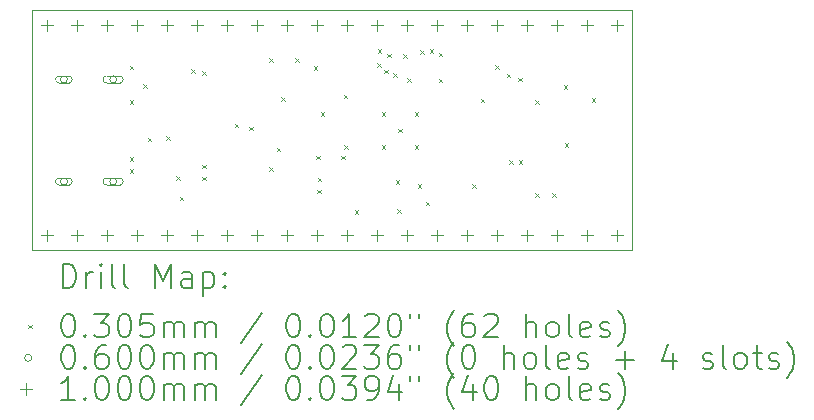
<source format=gbr>
%TF.GenerationSoftware,KiCad,Pcbnew,8.0.4-8.0.4-0~ubuntu24.04.1*%
%TF.CreationDate,2024-07-31T18:59:30-04:00*%
%TF.ProjectId,iceblink,69636562-6c69-46e6-9b2e-6b696361645f,rev?*%
%TF.SameCoordinates,Original*%
%TF.FileFunction,Drillmap*%
%TF.FilePolarity,Positive*%
%FSLAX45Y45*%
G04 Gerber Fmt 4.5, Leading zero omitted, Abs format (unit mm)*
G04 Created by KiCad (PCBNEW 8.0.4-8.0.4-0~ubuntu24.04.1) date 2024-07-31 18:59:30*
%MOMM*%
%LPD*%
G01*
G04 APERTURE LIST*
%ADD10C,0.100000*%
%ADD11C,0.200000*%
G04 APERTURE END LIST*
D10*
X12700000Y-12192000D02*
X17780000Y-12192000D01*
X17780000Y-10160000D02*
X12700000Y-10160000D01*
X17780000Y-12192000D02*
X17780000Y-10160000D01*
X12700000Y-10160000D02*
X12700000Y-12192000D01*
D11*
D10*
X13522310Y-11504310D02*
X13552790Y-11534790D01*
X13552790Y-11504310D02*
X13522310Y-11534790D01*
X13522960Y-10627360D02*
X13553440Y-10657840D01*
X13553440Y-10627360D02*
X13522960Y-10657840D01*
X13522960Y-10919460D02*
X13553440Y-10949940D01*
X13553440Y-10919460D02*
X13522960Y-10949940D01*
X13522960Y-11400760D02*
X13553440Y-11431240D01*
X13553440Y-11400760D02*
X13522960Y-11431240D01*
X13636710Y-10784840D02*
X13667190Y-10815320D01*
X13667190Y-10784840D02*
X13636710Y-10815320D01*
X13677900Y-11236960D02*
X13708380Y-11267440D01*
X13708380Y-11236960D02*
X13677900Y-11267440D01*
X13835380Y-11224260D02*
X13865860Y-11254740D01*
X13865860Y-11224260D02*
X13835380Y-11254740D01*
X13919200Y-11562080D02*
X13949680Y-11592560D01*
X13949680Y-11562080D02*
X13919200Y-11592560D01*
X13947140Y-11737340D02*
X13977620Y-11767820D01*
X13977620Y-11737340D02*
X13947140Y-11767820D01*
X14043110Y-10659830D02*
X14073590Y-10690310D01*
X14073590Y-10659830D02*
X14043110Y-10690310D01*
X14137640Y-11466060D02*
X14168120Y-11496540D01*
X14168120Y-11466060D02*
X14137640Y-11496540D01*
X14140180Y-10673080D02*
X14170660Y-10703560D01*
X14170660Y-10673080D02*
X14140180Y-10703560D01*
X14140180Y-11567160D02*
X14170660Y-11597640D01*
X14170660Y-11567160D02*
X14140180Y-11597640D01*
X14411960Y-11120120D02*
X14442440Y-11150600D01*
X14442440Y-11120120D02*
X14411960Y-11150600D01*
X14536420Y-11145520D02*
X14566900Y-11176000D01*
X14566900Y-11145520D02*
X14536420Y-11176000D01*
X14704060Y-10563860D02*
X14734540Y-10594340D01*
X14734540Y-10563860D02*
X14704060Y-10594340D01*
X14704060Y-11485880D02*
X14734540Y-11516360D01*
X14734540Y-11485880D02*
X14704060Y-11516360D01*
X14770100Y-11321860D02*
X14800580Y-11352340D01*
X14800580Y-11321860D02*
X14770100Y-11352340D01*
X14805660Y-10894060D02*
X14836140Y-10924540D01*
X14836140Y-10894060D02*
X14805660Y-10924540D01*
X14925040Y-10563860D02*
X14955520Y-10594340D01*
X14955520Y-10563860D02*
X14925040Y-10594340D01*
X15082260Y-10632440D02*
X15112740Y-10662920D01*
X15112740Y-10632440D02*
X15082260Y-10662920D01*
X15102840Y-11389360D02*
X15133320Y-11419840D01*
X15133320Y-11389360D02*
X15102840Y-11419840D01*
X15110460Y-11676380D02*
X15140940Y-11706860D01*
X15140940Y-11676380D02*
X15110460Y-11706860D01*
X15115540Y-11577320D02*
X15146020Y-11607800D01*
X15146020Y-11577320D02*
X15115540Y-11607800D01*
X15141106Y-11021535D02*
X15171586Y-11052015D01*
X15171586Y-11021535D02*
X15141106Y-11052015D01*
X15313660Y-11389360D02*
X15344140Y-11419840D01*
X15344140Y-11389360D02*
X15313660Y-11419840D01*
X15336520Y-10873740D02*
X15367000Y-10904220D01*
X15367000Y-10873740D02*
X15336520Y-10904220D01*
X15337619Y-11303168D02*
X15368099Y-11333648D01*
X15368099Y-11303168D02*
X15337619Y-11333648D01*
X15427960Y-11851640D02*
X15458440Y-11882120D01*
X15458440Y-11851640D02*
X15427960Y-11882120D01*
X15620950Y-10606990D02*
X15651430Y-10637470D01*
X15651430Y-10606990D02*
X15620950Y-10637470D01*
X15625317Y-10490150D02*
X15655797Y-10520630D01*
X15655797Y-10490150D02*
X15625317Y-10520630D01*
X15656560Y-11021060D02*
X15687040Y-11051540D01*
X15687040Y-11021060D02*
X15656560Y-11051540D01*
X15656560Y-11300460D02*
X15687040Y-11330940D01*
X15687040Y-11300460D02*
X15656560Y-11330940D01*
X15679661Y-10663060D02*
X15710141Y-10693540D01*
X15710141Y-10663060D02*
X15679661Y-10693540D01*
X15702447Y-10525710D02*
X15732927Y-10556190D01*
X15732927Y-10525710D02*
X15702447Y-10556190D01*
X15756418Y-10689647D02*
X15786898Y-10720127D01*
X15786898Y-10689647D02*
X15756418Y-10720127D01*
X15774764Y-11598098D02*
X15805244Y-11628578D01*
X15805244Y-11598098D02*
X15774764Y-11628578D01*
X15791180Y-11844020D02*
X15821660Y-11874500D01*
X15821660Y-11844020D02*
X15791180Y-11874500D01*
X15796260Y-11160760D02*
X15826740Y-11191240D01*
X15826740Y-11160760D02*
X15796260Y-11191240D01*
X15841708Y-10528250D02*
X15872188Y-10558730D01*
X15872188Y-10528250D02*
X15841708Y-10558730D01*
X15872106Y-10733012D02*
X15902586Y-10763492D01*
X15902586Y-10733012D02*
X15872106Y-10763492D01*
X15935960Y-11021060D02*
X15966440Y-11051540D01*
X15966440Y-11021060D02*
X15935960Y-11051540D01*
X15935960Y-11300460D02*
X15966440Y-11330940D01*
X15966440Y-11300460D02*
X15935960Y-11330940D01*
X15963900Y-11633200D02*
X15994380Y-11663680D01*
X15994380Y-11633200D02*
X15963900Y-11663680D01*
X15981912Y-10496217D02*
X16012392Y-10526697D01*
X16012392Y-10496217D02*
X15981912Y-10526697D01*
X16029940Y-11780520D02*
X16060420Y-11811000D01*
X16060420Y-11780520D02*
X16029940Y-11811000D01*
X16062914Y-10490124D02*
X16093394Y-10520604D01*
X16093394Y-10490124D02*
X16062914Y-10520604D01*
X16139160Y-10518140D02*
X16169640Y-10548620D01*
X16169640Y-10518140D02*
X16139160Y-10548620D01*
X16139160Y-10739120D02*
X16169640Y-10769600D01*
X16169640Y-10739120D02*
X16139160Y-10769600D01*
X16426180Y-11630660D02*
X16456660Y-11661140D01*
X16456660Y-11630660D02*
X16426180Y-11661140D01*
X16494760Y-10906760D02*
X16525240Y-10937240D01*
X16525240Y-10906760D02*
X16494760Y-10937240D01*
X16616680Y-10624820D02*
X16647160Y-10655300D01*
X16647160Y-10624820D02*
X16616680Y-10655300D01*
X16715740Y-10695940D02*
X16746220Y-10726420D01*
X16746220Y-10695940D02*
X16715740Y-10726420D01*
X16736060Y-11427460D02*
X16766540Y-11457940D01*
X16766540Y-11427460D02*
X16736060Y-11457940D01*
X16810990Y-10727690D02*
X16841470Y-10758170D01*
X16841470Y-10727690D02*
X16810990Y-10758170D01*
X16817340Y-11427460D02*
X16847820Y-11457940D01*
X16847820Y-11427460D02*
X16817340Y-11457940D01*
X16956860Y-10919460D02*
X16987340Y-10949940D01*
X16987340Y-10919460D02*
X16956860Y-10949940D01*
X16956860Y-11707040D02*
X16987340Y-11737520D01*
X16987340Y-11707040D02*
X16956860Y-11737520D01*
X17101820Y-11709400D02*
X17132300Y-11739880D01*
X17132300Y-11709400D02*
X17101820Y-11739880D01*
X17198340Y-10792460D02*
X17228820Y-10822940D01*
X17228820Y-10792460D02*
X17198340Y-10822940D01*
X17205960Y-11285220D02*
X17236440Y-11315700D01*
X17236440Y-11285220D02*
X17205960Y-11315700D01*
X17434560Y-10904220D02*
X17465040Y-10934700D01*
X17465040Y-10904220D02*
X17434560Y-10934700D01*
X12996700Y-10744000D02*
G75*
G02*
X12936700Y-10744000I-30000J0D01*
G01*
X12936700Y-10744000D02*
G75*
G02*
X12996700Y-10744000I30000J0D01*
G01*
X13006700Y-10714000D02*
X12926700Y-10714000D01*
X12926700Y-10774000D02*
G75*
G02*
X12926700Y-10714000I0J30000D01*
G01*
X12926700Y-10774000D02*
X13006700Y-10774000D01*
X13006700Y-10774000D02*
G75*
G03*
X13006700Y-10714000I0J30000D01*
G01*
X12996700Y-11608000D02*
G75*
G02*
X12936700Y-11608000I-30000J0D01*
G01*
X12936700Y-11608000D02*
G75*
G02*
X12996700Y-11608000I30000J0D01*
G01*
X13006700Y-11578000D02*
X12926700Y-11578000D01*
X12926700Y-11638000D02*
G75*
G02*
X12926700Y-11578000I0J30000D01*
G01*
X12926700Y-11638000D02*
X13006700Y-11638000D01*
X13006700Y-11638000D02*
G75*
G03*
X13006700Y-11578000I0J30000D01*
G01*
X13414700Y-10744000D02*
G75*
G02*
X13354700Y-10744000I-30000J0D01*
G01*
X13354700Y-10744000D02*
G75*
G02*
X13414700Y-10744000I30000J0D01*
G01*
X13439700Y-10714000D02*
X13329700Y-10714000D01*
X13329700Y-10774000D02*
G75*
G02*
X13329700Y-10714000I0J30000D01*
G01*
X13329700Y-10774000D02*
X13439700Y-10774000D01*
X13439700Y-10774000D02*
G75*
G03*
X13439700Y-10714000I0J30000D01*
G01*
X13414700Y-11608000D02*
G75*
G02*
X13354700Y-11608000I-30000J0D01*
G01*
X13354700Y-11608000D02*
G75*
G02*
X13414700Y-11608000I30000J0D01*
G01*
X13439700Y-11578000D02*
X13329700Y-11578000D01*
X13329700Y-11638000D02*
G75*
G02*
X13329700Y-11578000I0J30000D01*
G01*
X13329700Y-11638000D02*
X13439700Y-11638000D01*
X13439700Y-11638000D02*
G75*
G03*
X13439700Y-11578000I0J30000D01*
G01*
X12827000Y-10237000D02*
X12827000Y-10337000D01*
X12777000Y-10287000D02*
X12877000Y-10287000D01*
X12827000Y-12015000D02*
X12827000Y-12115000D01*
X12777000Y-12065000D02*
X12877000Y-12065000D01*
X13081000Y-10237000D02*
X13081000Y-10337000D01*
X13031000Y-10287000D02*
X13131000Y-10287000D01*
X13081000Y-12015000D02*
X13081000Y-12115000D01*
X13031000Y-12065000D02*
X13131000Y-12065000D01*
X13335000Y-10237000D02*
X13335000Y-10337000D01*
X13285000Y-10287000D02*
X13385000Y-10287000D01*
X13335000Y-12015000D02*
X13335000Y-12115000D01*
X13285000Y-12065000D02*
X13385000Y-12065000D01*
X13589000Y-10237000D02*
X13589000Y-10337000D01*
X13539000Y-10287000D02*
X13639000Y-10287000D01*
X13589000Y-12015000D02*
X13589000Y-12115000D01*
X13539000Y-12065000D02*
X13639000Y-12065000D01*
X13843000Y-10237000D02*
X13843000Y-10337000D01*
X13793000Y-10287000D02*
X13893000Y-10287000D01*
X13843000Y-12015000D02*
X13843000Y-12115000D01*
X13793000Y-12065000D02*
X13893000Y-12065000D01*
X14097000Y-10237000D02*
X14097000Y-10337000D01*
X14047000Y-10287000D02*
X14147000Y-10287000D01*
X14097000Y-12015000D02*
X14097000Y-12115000D01*
X14047000Y-12065000D02*
X14147000Y-12065000D01*
X14351000Y-10237000D02*
X14351000Y-10337000D01*
X14301000Y-10287000D02*
X14401000Y-10287000D01*
X14351000Y-12015000D02*
X14351000Y-12115000D01*
X14301000Y-12065000D02*
X14401000Y-12065000D01*
X14605000Y-10237000D02*
X14605000Y-10337000D01*
X14555000Y-10287000D02*
X14655000Y-10287000D01*
X14605000Y-12015000D02*
X14605000Y-12115000D01*
X14555000Y-12065000D02*
X14655000Y-12065000D01*
X14859000Y-10237000D02*
X14859000Y-10337000D01*
X14809000Y-10287000D02*
X14909000Y-10287000D01*
X14859000Y-12015000D02*
X14859000Y-12115000D01*
X14809000Y-12065000D02*
X14909000Y-12065000D01*
X15113000Y-10237000D02*
X15113000Y-10337000D01*
X15063000Y-10287000D02*
X15163000Y-10287000D01*
X15113000Y-12015000D02*
X15113000Y-12115000D01*
X15063000Y-12065000D02*
X15163000Y-12065000D01*
X15367000Y-10237000D02*
X15367000Y-10337000D01*
X15317000Y-10287000D02*
X15417000Y-10287000D01*
X15367000Y-12015000D02*
X15367000Y-12115000D01*
X15317000Y-12065000D02*
X15417000Y-12065000D01*
X15621000Y-10237000D02*
X15621000Y-10337000D01*
X15571000Y-10287000D02*
X15671000Y-10287000D01*
X15621000Y-12015000D02*
X15621000Y-12115000D01*
X15571000Y-12065000D02*
X15671000Y-12065000D01*
X15875000Y-10237000D02*
X15875000Y-10337000D01*
X15825000Y-10287000D02*
X15925000Y-10287000D01*
X15875000Y-12015000D02*
X15875000Y-12115000D01*
X15825000Y-12065000D02*
X15925000Y-12065000D01*
X16129000Y-10237000D02*
X16129000Y-10337000D01*
X16079000Y-10287000D02*
X16179000Y-10287000D01*
X16129000Y-12015000D02*
X16129000Y-12115000D01*
X16079000Y-12065000D02*
X16179000Y-12065000D01*
X16383000Y-10237000D02*
X16383000Y-10337000D01*
X16333000Y-10287000D02*
X16433000Y-10287000D01*
X16383000Y-12015000D02*
X16383000Y-12115000D01*
X16333000Y-12065000D02*
X16433000Y-12065000D01*
X16637000Y-10237000D02*
X16637000Y-10337000D01*
X16587000Y-10287000D02*
X16687000Y-10287000D01*
X16637000Y-12015000D02*
X16637000Y-12115000D01*
X16587000Y-12065000D02*
X16687000Y-12065000D01*
X16891000Y-10237000D02*
X16891000Y-10337000D01*
X16841000Y-10287000D02*
X16941000Y-10287000D01*
X16891000Y-12015000D02*
X16891000Y-12115000D01*
X16841000Y-12065000D02*
X16941000Y-12065000D01*
X17145000Y-10237000D02*
X17145000Y-10337000D01*
X17095000Y-10287000D02*
X17195000Y-10287000D01*
X17145000Y-12015000D02*
X17145000Y-12115000D01*
X17095000Y-12065000D02*
X17195000Y-12065000D01*
X17399000Y-10237000D02*
X17399000Y-10337000D01*
X17349000Y-10287000D02*
X17449000Y-10287000D01*
X17399000Y-12015000D02*
X17399000Y-12115000D01*
X17349000Y-12065000D02*
X17449000Y-12065000D01*
X17653000Y-10237000D02*
X17653000Y-10337000D01*
X17603000Y-10287000D02*
X17703000Y-10287000D01*
X17653000Y-12015000D02*
X17653000Y-12115000D01*
X17603000Y-12065000D02*
X17703000Y-12065000D01*
D11*
X12955777Y-12508484D02*
X12955777Y-12308484D01*
X12955777Y-12308484D02*
X13003396Y-12308484D01*
X13003396Y-12308484D02*
X13031967Y-12318008D01*
X13031967Y-12318008D02*
X13051015Y-12337055D01*
X13051015Y-12337055D02*
X13060539Y-12356103D01*
X13060539Y-12356103D02*
X13070062Y-12394198D01*
X13070062Y-12394198D02*
X13070062Y-12422769D01*
X13070062Y-12422769D02*
X13060539Y-12460865D01*
X13060539Y-12460865D02*
X13051015Y-12479912D01*
X13051015Y-12479912D02*
X13031967Y-12498960D01*
X13031967Y-12498960D02*
X13003396Y-12508484D01*
X13003396Y-12508484D02*
X12955777Y-12508484D01*
X13155777Y-12508484D02*
X13155777Y-12375150D01*
X13155777Y-12413246D02*
X13165301Y-12394198D01*
X13165301Y-12394198D02*
X13174824Y-12384674D01*
X13174824Y-12384674D02*
X13193872Y-12375150D01*
X13193872Y-12375150D02*
X13212920Y-12375150D01*
X13279586Y-12508484D02*
X13279586Y-12375150D01*
X13279586Y-12308484D02*
X13270062Y-12318008D01*
X13270062Y-12318008D02*
X13279586Y-12327531D01*
X13279586Y-12327531D02*
X13289110Y-12318008D01*
X13289110Y-12318008D02*
X13279586Y-12308484D01*
X13279586Y-12308484D02*
X13279586Y-12327531D01*
X13403396Y-12508484D02*
X13384348Y-12498960D01*
X13384348Y-12498960D02*
X13374824Y-12479912D01*
X13374824Y-12479912D02*
X13374824Y-12308484D01*
X13508158Y-12508484D02*
X13489110Y-12498960D01*
X13489110Y-12498960D02*
X13479586Y-12479912D01*
X13479586Y-12479912D02*
X13479586Y-12308484D01*
X13736729Y-12508484D02*
X13736729Y-12308484D01*
X13736729Y-12308484D02*
X13803396Y-12451341D01*
X13803396Y-12451341D02*
X13870062Y-12308484D01*
X13870062Y-12308484D02*
X13870062Y-12508484D01*
X14051015Y-12508484D02*
X14051015Y-12403722D01*
X14051015Y-12403722D02*
X14041491Y-12384674D01*
X14041491Y-12384674D02*
X14022443Y-12375150D01*
X14022443Y-12375150D02*
X13984348Y-12375150D01*
X13984348Y-12375150D02*
X13965301Y-12384674D01*
X14051015Y-12498960D02*
X14031967Y-12508484D01*
X14031967Y-12508484D02*
X13984348Y-12508484D01*
X13984348Y-12508484D02*
X13965301Y-12498960D01*
X13965301Y-12498960D02*
X13955777Y-12479912D01*
X13955777Y-12479912D02*
X13955777Y-12460865D01*
X13955777Y-12460865D02*
X13965301Y-12441817D01*
X13965301Y-12441817D02*
X13984348Y-12432293D01*
X13984348Y-12432293D02*
X14031967Y-12432293D01*
X14031967Y-12432293D02*
X14051015Y-12422769D01*
X14146253Y-12375150D02*
X14146253Y-12575150D01*
X14146253Y-12384674D02*
X14165301Y-12375150D01*
X14165301Y-12375150D02*
X14203396Y-12375150D01*
X14203396Y-12375150D02*
X14222443Y-12384674D01*
X14222443Y-12384674D02*
X14231967Y-12394198D01*
X14231967Y-12394198D02*
X14241491Y-12413246D01*
X14241491Y-12413246D02*
X14241491Y-12470388D01*
X14241491Y-12470388D02*
X14231967Y-12489436D01*
X14231967Y-12489436D02*
X14222443Y-12498960D01*
X14222443Y-12498960D02*
X14203396Y-12508484D01*
X14203396Y-12508484D02*
X14165301Y-12508484D01*
X14165301Y-12508484D02*
X14146253Y-12498960D01*
X14327205Y-12489436D02*
X14336729Y-12498960D01*
X14336729Y-12498960D02*
X14327205Y-12508484D01*
X14327205Y-12508484D02*
X14317682Y-12498960D01*
X14317682Y-12498960D02*
X14327205Y-12489436D01*
X14327205Y-12489436D02*
X14327205Y-12508484D01*
X14327205Y-12384674D02*
X14336729Y-12394198D01*
X14336729Y-12394198D02*
X14327205Y-12403722D01*
X14327205Y-12403722D02*
X14317682Y-12394198D01*
X14317682Y-12394198D02*
X14327205Y-12384674D01*
X14327205Y-12384674D02*
X14327205Y-12403722D01*
D10*
X12664520Y-12821760D02*
X12695000Y-12852240D01*
X12695000Y-12821760D02*
X12664520Y-12852240D01*
D11*
X12993872Y-12728484D02*
X13012920Y-12728484D01*
X13012920Y-12728484D02*
X13031967Y-12738008D01*
X13031967Y-12738008D02*
X13041491Y-12747531D01*
X13041491Y-12747531D02*
X13051015Y-12766579D01*
X13051015Y-12766579D02*
X13060539Y-12804674D01*
X13060539Y-12804674D02*
X13060539Y-12852293D01*
X13060539Y-12852293D02*
X13051015Y-12890388D01*
X13051015Y-12890388D02*
X13041491Y-12909436D01*
X13041491Y-12909436D02*
X13031967Y-12918960D01*
X13031967Y-12918960D02*
X13012920Y-12928484D01*
X13012920Y-12928484D02*
X12993872Y-12928484D01*
X12993872Y-12928484D02*
X12974824Y-12918960D01*
X12974824Y-12918960D02*
X12965301Y-12909436D01*
X12965301Y-12909436D02*
X12955777Y-12890388D01*
X12955777Y-12890388D02*
X12946253Y-12852293D01*
X12946253Y-12852293D02*
X12946253Y-12804674D01*
X12946253Y-12804674D02*
X12955777Y-12766579D01*
X12955777Y-12766579D02*
X12965301Y-12747531D01*
X12965301Y-12747531D02*
X12974824Y-12738008D01*
X12974824Y-12738008D02*
X12993872Y-12728484D01*
X13146253Y-12909436D02*
X13155777Y-12918960D01*
X13155777Y-12918960D02*
X13146253Y-12928484D01*
X13146253Y-12928484D02*
X13136729Y-12918960D01*
X13136729Y-12918960D02*
X13146253Y-12909436D01*
X13146253Y-12909436D02*
X13146253Y-12928484D01*
X13222443Y-12728484D02*
X13346253Y-12728484D01*
X13346253Y-12728484D02*
X13279586Y-12804674D01*
X13279586Y-12804674D02*
X13308158Y-12804674D01*
X13308158Y-12804674D02*
X13327205Y-12814198D01*
X13327205Y-12814198D02*
X13336729Y-12823722D01*
X13336729Y-12823722D02*
X13346253Y-12842769D01*
X13346253Y-12842769D02*
X13346253Y-12890388D01*
X13346253Y-12890388D02*
X13336729Y-12909436D01*
X13336729Y-12909436D02*
X13327205Y-12918960D01*
X13327205Y-12918960D02*
X13308158Y-12928484D01*
X13308158Y-12928484D02*
X13251015Y-12928484D01*
X13251015Y-12928484D02*
X13231967Y-12918960D01*
X13231967Y-12918960D02*
X13222443Y-12909436D01*
X13470062Y-12728484D02*
X13489110Y-12728484D01*
X13489110Y-12728484D02*
X13508158Y-12738008D01*
X13508158Y-12738008D02*
X13517682Y-12747531D01*
X13517682Y-12747531D02*
X13527205Y-12766579D01*
X13527205Y-12766579D02*
X13536729Y-12804674D01*
X13536729Y-12804674D02*
X13536729Y-12852293D01*
X13536729Y-12852293D02*
X13527205Y-12890388D01*
X13527205Y-12890388D02*
X13517682Y-12909436D01*
X13517682Y-12909436D02*
X13508158Y-12918960D01*
X13508158Y-12918960D02*
X13489110Y-12928484D01*
X13489110Y-12928484D02*
X13470062Y-12928484D01*
X13470062Y-12928484D02*
X13451015Y-12918960D01*
X13451015Y-12918960D02*
X13441491Y-12909436D01*
X13441491Y-12909436D02*
X13431967Y-12890388D01*
X13431967Y-12890388D02*
X13422443Y-12852293D01*
X13422443Y-12852293D02*
X13422443Y-12804674D01*
X13422443Y-12804674D02*
X13431967Y-12766579D01*
X13431967Y-12766579D02*
X13441491Y-12747531D01*
X13441491Y-12747531D02*
X13451015Y-12738008D01*
X13451015Y-12738008D02*
X13470062Y-12728484D01*
X13717682Y-12728484D02*
X13622443Y-12728484D01*
X13622443Y-12728484D02*
X13612920Y-12823722D01*
X13612920Y-12823722D02*
X13622443Y-12814198D01*
X13622443Y-12814198D02*
X13641491Y-12804674D01*
X13641491Y-12804674D02*
X13689110Y-12804674D01*
X13689110Y-12804674D02*
X13708158Y-12814198D01*
X13708158Y-12814198D02*
X13717682Y-12823722D01*
X13717682Y-12823722D02*
X13727205Y-12842769D01*
X13727205Y-12842769D02*
X13727205Y-12890388D01*
X13727205Y-12890388D02*
X13717682Y-12909436D01*
X13717682Y-12909436D02*
X13708158Y-12918960D01*
X13708158Y-12918960D02*
X13689110Y-12928484D01*
X13689110Y-12928484D02*
X13641491Y-12928484D01*
X13641491Y-12928484D02*
X13622443Y-12918960D01*
X13622443Y-12918960D02*
X13612920Y-12909436D01*
X13812920Y-12928484D02*
X13812920Y-12795150D01*
X13812920Y-12814198D02*
X13822443Y-12804674D01*
X13822443Y-12804674D02*
X13841491Y-12795150D01*
X13841491Y-12795150D02*
X13870063Y-12795150D01*
X13870063Y-12795150D02*
X13889110Y-12804674D01*
X13889110Y-12804674D02*
X13898634Y-12823722D01*
X13898634Y-12823722D02*
X13898634Y-12928484D01*
X13898634Y-12823722D02*
X13908158Y-12804674D01*
X13908158Y-12804674D02*
X13927205Y-12795150D01*
X13927205Y-12795150D02*
X13955777Y-12795150D01*
X13955777Y-12795150D02*
X13974824Y-12804674D01*
X13974824Y-12804674D02*
X13984348Y-12823722D01*
X13984348Y-12823722D02*
X13984348Y-12928484D01*
X14079586Y-12928484D02*
X14079586Y-12795150D01*
X14079586Y-12814198D02*
X14089110Y-12804674D01*
X14089110Y-12804674D02*
X14108158Y-12795150D01*
X14108158Y-12795150D02*
X14136729Y-12795150D01*
X14136729Y-12795150D02*
X14155777Y-12804674D01*
X14155777Y-12804674D02*
X14165301Y-12823722D01*
X14165301Y-12823722D02*
X14165301Y-12928484D01*
X14165301Y-12823722D02*
X14174824Y-12804674D01*
X14174824Y-12804674D02*
X14193872Y-12795150D01*
X14193872Y-12795150D02*
X14222443Y-12795150D01*
X14222443Y-12795150D02*
X14241491Y-12804674D01*
X14241491Y-12804674D02*
X14251015Y-12823722D01*
X14251015Y-12823722D02*
X14251015Y-12928484D01*
X14641491Y-12718960D02*
X14470063Y-12976103D01*
X14898634Y-12728484D02*
X14917682Y-12728484D01*
X14917682Y-12728484D02*
X14936729Y-12738008D01*
X14936729Y-12738008D02*
X14946253Y-12747531D01*
X14946253Y-12747531D02*
X14955777Y-12766579D01*
X14955777Y-12766579D02*
X14965301Y-12804674D01*
X14965301Y-12804674D02*
X14965301Y-12852293D01*
X14965301Y-12852293D02*
X14955777Y-12890388D01*
X14955777Y-12890388D02*
X14946253Y-12909436D01*
X14946253Y-12909436D02*
X14936729Y-12918960D01*
X14936729Y-12918960D02*
X14917682Y-12928484D01*
X14917682Y-12928484D02*
X14898634Y-12928484D01*
X14898634Y-12928484D02*
X14879586Y-12918960D01*
X14879586Y-12918960D02*
X14870063Y-12909436D01*
X14870063Y-12909436D02*
X14860539Y-12890388D01*
X14860539Y-12890388D02*
X14851015Y-12852293D01*
X14851015Y-12852293D02*
X14851015Y-12804674D01*
X14851015Y-12804674D02*
X14860539Y-12766579D01*
X14860539Y-12766579D02*
X14870063Y-12747531D01*
X14870063Y-12747531D02*
X14879586Y-12738008D01*
X14879586Y-12738008D02*
X14898634Y-12728484D01*
X15051015Y-12909436D02*
X15060539Y-12918960D01*
X15060539Y-12918960D02*
X15051015Y-12928484D01*
X15051015Y-12928484D02*
X15041491Y-12918960D01*
X15041491Y-12918960D02*
X15051015Y-12909436D01*
X15051015Y-12909436D02*
X15051015Y-12928484D01*
X15184348Y-12728484D02*
X15203396Y-12728484D01*
X15203396Y-12728484D02*
X15222444Y-12738008D01*
X15222444Y-12738008D02*
X15231967Y-12747531D01*
X15231967Y-12747531D02*
X15241491Y-12766579D01*
X15241491Y-12766579D02*
X15251015Y-12804674D01*
X15251015Y-12804674D02*
X15251015Y-12852293D01*
X15251015Y-12852293D02*
X15241491Y-12890388D01*
X15241491Y-12890388D02*
X15231967Y-12909436D01*
X15231967Y-12909436D02*
X15222444Y-12918960D01*
X15222444Y-12918960D02*
X15203396Y-12928484D01*
X15203396Y-12928484D02*
X15184348Y-12928484D01*
X15184348Y-12928484D02*
X15165301Y-12918960D01*
X15165301Y-12918960D02*
X15155777Y-12909436D01*
X15155777Y-12909436D02*
X15146253Y-12890388D01*
X15146253Y-12890388D02*
X15136729Y-12852293D01*
X15136729Y-12852293D02*
X15136729Y-12804674D01*
X15136729Y-12804674D02*
X15146253Y-12766579D01*
X15146253Y-12766579D02*
X15155777Y-12747531D01*
X15155777Y-12747531D02*
X15165301Y-12738008D01*
X15165301Y-12738008D02*
X15184348Y-12728484D01*
X15441491Y-12928484D02*
X15327206Y-12928484D01*
X15384348Y-12928484D02*
X15384348Y-12728484D01*
X15384348Y-12728484D02*
X15365301Y-12757055D01*
X15365301Y-12757055D02*
X15346253Y-12776103D01*
X15346253Y-12776103D02*
X15327206Y-12785627D01*
X15517682Y-12747531D02*
X15527206Y-12738008D01*
X15527206Y-12738008D02*
X15546253Y-12728484D01*
X15546253Y-12728484D02*
X15593872Y-12728484D01*
X15593872Y-12728484D02*
X15612920Y-12738008D01*
X15612920Y-12738008D02*
X15622444Y-12747531D01*
X15622444Y-12747531D02*
X15631967Y-12766579D01*
X15631967Y-12766579D02*
X15631967Y-12785627D01*
X15631967Y-12785627D02*
X15622444Y-12814198D01*
X15622444Y-12814198D02*
X15508158Y-12928484D01*
X15508158Y-12928484D02*
X15631967Y-12928484D01*
X15755777Y-12728484D02*
X15774825Y-12728484D01*
X15774825Y-12728484D02*
X15793872Y-12738008D01*
X15793872Y-12738008D02*
X15803396Y-12747531D01*
X15803396Y-12747531D02*
X15812920Y-12766579D01*
X15812920Y-12766579D02*
X15822444Y-12804674D01*
X15822444Y-12804674D02*
X15822444Y-12852293D01*
X15822444Y-12852293D02*
X15812920Y-12890388D01*
X15812920Y-12890388D02*
X15803396Y-12909436D01*
X15803396Y-12909436D02*
X15793872Y-12918960D01*
X15793872Y-12918960D02*
X15774825Y-12928484D01*
X15774825Y-12928484D02*
X15755777Y-12928484D01*
X15755777Y-12928484D02*
X15736729Y-12918960D01*
X15736729Y-12918960D02*
X15727206Y-12909436D01*
X15727206Y-12909436D02*
X15717682Y-12890388D01*
X15717682Y-12890388D02*
X15708158Y-12852293D01*
X15708158Y-12852293D02*
X15708158Y-12804674D01*
X15708158Y-12804674D02*
X15717682Y-12766579D01*
X15717682Y-12766579D02*
X15727206Y-12747531D01*
X15727206Y-12747531D02*
X15736729Y-12738008D01*
X15736729Y-12738008D02*
X15755777Y-12728484D01*
X15898634Y-12728484D02*
X15898634Y-12766579D01*
X15974825Y-12728484D02*
X15974825Y-12766579D01*
X16270063Y-13004674D02*
X16260539Y-12995150D01*
X16260539Y-12995150D02*
X16241491Y-12966579D01*
X16241491Y-12966579D02*
X16231968Y-12947531D01*
X16231968Y-12947531D02*
X16222444Y-12918960D01*
X16222444Y-12918960D02*
X16212920Y-12871341D01*
X16212920Y-12871341D02*
X16212920Y-12833246D01*
X16212920Y-12833246D02*
X16222444Y-12785627D01*
X16222444Y-12785627D02*
X16231968Y-12757055D01*
X16231968Y-12757055D02*
X16241491Y-12738008D01*
X16241491Y-12738008D02*
X16260539Y-12709436D01*
X16260539Y-12709436D02*
X16270063Y-12699912D01*
X16431968Y-12728484D02*
X16393872Y-12728484D01*
X16393872Y-12728484D02*
X16374825Y-12738008D01*
X16374825Y-12738008D02*
X16365301Y-12747531D01*
X16365301Y-12747531D02*
X16346253Y-12776103D01*
X16346253Y-12776103D02*
X16336729Y-12814198D01*
X16336729Y-12814198D02*
X16336729Y-12890388D01*
X16336729Y-12890388D02*
X16346253Y-12909436D01*
X16346253Y-12909436D02*
X16355777Y-12918960D01*
X16355777Y-12918960D02*
X16374825Y-12928484D01*
X16374825Y-12928484D02*
X16412920Y-12928484D01*
X16412920Y-12928484D02*
X16431968Y-12918960D01*
X16431968Y-12918960D02*
X16441491Y-12909436D01*
X16441491Y-12909436D02*
X16451015Y-12890388D01*
X16451015Y-12890388D02*
X16451015Y-12842769D01*
X16451015Y-12842769D02*
X16441491Y-12823722D01*
X16441491Y-12823722D02*
X16431968Y-12814198D01*
X16431968Y-12814198D02*
X16412920Y-12804674D01*
X16412920Y-12804674D02*
X16374825Y-12804674D01*
X16374825Y-12804674D02*
X16355777Y-12814198D01*
X16355777Y-12814198D02*
X16346253Y-12823722D01*
X16346253Y-12823722D02*
X16336729Y-12842769D01*
X16527206Y-12747531D02*
X16536729Y-12738008D01*
X16536729Y-12738008D02*
X16555777Y-12728484D01*
X16555777Y-12728484D02*
X16603396Y-12728484D01*
X16603396Y-12728484D02*
X16622444Y-12738008D01*
X16622444Y-12738008D02*
X16631968Y-12747531D01*
X16631968Y-12747531D02*
X16641491Y-12766579D01*
X16641491Y-12766579D02*
X16641491Y-12785627D01*
X16641491Y-12785627D02*
X16631968Y-12814198D01*
X16631968Y-12814198D02*
X16517682Y-12928484D01*
X16517682Y-12928484D02*
X16641491Y-12928484D01*
X16879587Y-12928484D02*
X16879587Y-12728484D01*
X16965301Y-12928484D02*
X16965301Y-12823722D01*
X16965301Y-12823722D02*
X16955777Y-12804674D01*
X16955777Y-12804674D02*
X16936730Y-12795150D01*
X16936730Y-12795150D02*
X16908158Y-12795150D01*
X16908158Y-12795150D02*
X16889111Y-12804674D01*
X16889111Y-12804674D02*
X16879587Y-12814198D01*
X17089111Y-12928484D02*
X17070063Y-12918960D01*
X17070063Y-12918960D02*
X17060539Y-12909436D01*
X17060539Y-12909436D02*
X17051015Y-12890388D01*
X17051015Y-12890388D02*
X17051015Y-12833246D01*
X17051015Y-12833246D02*
X17060539Y-12814198D01*
X17060539Y-12814198D02*
X17070063Y-12804674D01*
X17070063Y-12804674D02*
X17089111Y-12795150D01*
X17089111Y-12795150D02*
X17117682Y-12795150D01*
X17117682Y-12795150D02*
X17136730Y-12804674D01*
X17136730Y-12804674D02*
X17146253Y-12814198D01*
X17146253Y-12814198D02*
X17155777Y-12833246D01*
X17155777Y-12833246D02*
X17155777Y-12890388D01*
X17155777Y-12890388D02*
X17146253Y-12909436D01*
X17146253Y-12909436D02*
X17136730Y-12918960D01*
X17136730Y-12918960D02*
X17117682Y-12928484D01*
X17117682Y-12928484D02*
X17089111Y-12928484D01*
X17270063Y-12928484D02*
X17251015Y-12918960D01*
X17251015Y-12918960D02*
X17241492Y-12899912D01*
X17241492Y-12899912D02*
X17241492Y-12728484D01*
X17422444Y-12918960D02*
X17403396Y-12928484D01*
X17403396Y-12928484D02*
X17365301Y-12928484D01*
X17365301Y-12928484D02*
X17346253Y-12918960D01*
X17346253Y-12918960D02*
X17336730Y-12899912D01*
X17336730Y-12899912D02*
X17336730Y-12823722D01*
X17336730Y-12823722D02*
X17346253Y-12804674D01*
X17346253Y-12804674D02*
X17365301Y-12795150D01*
X17365301Y-12795150D02*
X17403396Y-12795150D01*
X17403396Y-12795150D02*
X17422444Y-12804674D01*
X17422444Y-12804674D02*
X17431968Y-12823722D01*
X17431968Y-12823722D02*
X17431968Y-12842769D01*
X17431968Y-12842769D02*
X17336730Y-12861817D01*
X17508158Y-12918960D02*
X17527206Y-12928484D01*
X17527206Y-12928484D02*
X17565301Y-12928484D01*
X17565301Y-12928484D02*
X17584349Y-12918960D01*
X17584349Y-12918960D02*
X17593873Y-12899912D01*
X17593873Y-12899912D02*
X17593873Y-12890388D01*
X17593873Y-12890388D02*
X17584349Y-12871341D01*
X17584349Y-12871341D02*
X17565301Y-12861817D01*
X17565301Y-12861817D02*
X17536730Y-12861817D01*
X17536730Y-12861817D02*
X17517682Y-12852293D01*
X17517682Y-12852293D02*
X17508158Y-12833246D01*
X17508158Y-12833246D02*
X17508158Y-12823722D01*
X17508158Y-12823722D02*
X17517682Y-12804674D01*
X17517682Y-12804674D02*
X17536730Y-12795150D01*
X17536730Y-12795150D02*
X17565301Y-12795150D01*
X17565301Y-12795150D02*
X17584349Y-12804674D01*
X17660539Y-13004674D02*
X17670063Y-12995150D01*
X17670063Y-12995150D02*
X17689111Y-12966579D01*
X17689111Y-12966579D02*
X17698634Y-12947531D01*
X17698634Y-12947531D02*
X17708158Y-12918960D01*
X17708158Y-12918960D02*
X17717682Y-12871341D01*
X17717682Y-12871341D02*
X17717682Y-12833246D01*
X17717682Y-12833246D02*
X17708158Y-12785627D01*
X17708158Y-12785627D02*
X17698634Y-12757055D01*
X17698634Y-12757055D02*
X17689111Y-12738008D01*
X17689111Y-12738008D02*
X17670063Y-12709436D01*
X17670063Y-12709436D02*
X17660539Y-12699912D01*
D10*
X12695000Y-13101000D02*
G75*
G02*
X12635000Y-13101000I-30000J0D01*
G01*
X12635000Y-13101000D02*
G75*
G02*
X12695000Y-13101000I30000J0D01*
G01*
D11*
X12993872Y-12992484D02*
X13012920Y-12992484D01*
X13012920Y-12992484D02*
X13031967Y-13002008D01*
X13031967Y-13002008D02*
X13041491Y-13011531D01*
X13041491Y-13011531D02*
X13051015Y-13030579D01*
X13051015Y-13030579D02*
X13060539Y-13068674D01*
X13060539Y-13068674D02*
X13060539Y-13116293D01*
X13060539Y-13116293D02*
X13051015Y-13154388D01*
X13051015Y-13154388D02*
X13041491Y-13173436D01*
X13041491Y-13173436D02*
X13031967Y-13182960D01*
X13031967Y-13182960D02*
X13012920Y-13192484D01*
X13012920Y-13192484D02*
X12993872Y-13192484D01*
X12993872Y-13192484D02*
X12974824Y-13182960D01*
X12974824Y-13182960D02*
X12965301Y-13173436D01*
X12965301Y-13173436D02*
X12955777Y-13154388D01*
X12955777Y-13154388D02*
X12946253Y-13116293D01*
X12946253Y-13116293D02*
X12946253Y-13068674D01*
X12946253Y-13068674D02*
X12955777Y-13030579D01*
X12955777Y-13030579D02*
X12965301Y-13011531D01*
X12965301Y-13011531D02*
X12974824Y-13002008D01*
X12974824Y-13002008D02*
X12993872Y-12992484D01*
X13146253Y-13173436D02*
X13155777Y-13182960D01*
X13155777Y-13182960D02*
X13146253Y-13192484D01*
X13146253Y-13192484D02*
X13136729Y-13182960D01*
X13136729Y-13182960D02*
X13146253Y-13173436D01*
X13146253Y-13173436D02*
X13146253Y-13192484D01*
X13327205Y-12992484D02*
X13289110Y-12992484D01*
X13289110Y-12992484D02*
X13270062Y-13002008D01*
X13270062Y-13002008D02*
X13260539Y-13011531D01*
X13260539Y-13011531D02*
X13241491Y-13040103D01*
X13241491Y-13040103D02*
X13231967Y-13078198D01*
X13231967Y-13078198D02*
X13231967Y-13154388D01*
X13231967Y-13154388D02*
X13241491Y-13173436D01*
X13241491Y-13173436D02*
X13251015Y-13182960D01*
X13251015Y-13182960D02*
X13270062Y-13192484D01*
X13270062Y-13192484D02*
X13308158Y-13192484D01*
X13308158Y-13192484D02*
X13327205Y-13182960D01*
X13327205Y-13182960D02*
X13336729Y-13173436D01*
X13336729Y-13173436D02*
X13346253Y-13154388D01*
X13346253Y-13154388D02*
X13346253Y-13106769D01*
X13346253Y-13106769D02*
X13336729Y-13087722D01*
X13336729Y-13087722D02*
X13327205Y-13078198D01*
X13327205Y-13078198D02*
X13308158Y-13068674D01*
X13308158Y-13068674D02*
X13270062Y-13068674D01*
X13270062Y-13068674D02*
X13251015Y-13078198D01*
X13251015Y-13078198D02*
X13241491Y-13087722D01*
X13241491Y-13087722D02*
X13231967Y-13106769D01*
X13470062Y-12992484D02*
X13489110Y-12992484D01*
X13489110Y-12992484D02*
X13508158Y-13002008D01*
X13508158Y-13002008D02*
X13517682Y-13011531D01*
X13517682Y-13011531D02*
X13527205Y-13030579D01*
X13527205Y-13030579D02*
X13536729Y-13068674D01*
X13536729Y-13068674D02*
X13536729Y-13116293D01*
X13536729Y-13116293D02*
X13527205Y-13154388D01*
X13527205Y-13154388D02*
X13517682Y-13173436D01*
X13517682Y-13173436D02*
X13508158Y-13182960D01*
X13508158Y-13182960D02*
X13489110Y-13192484D01*
X13489110Y-13192484D02*
X13470062Y-13192484D01*
X13470062Y-13192484D02*
X13451015Y-13182960D01*
X13451015Y-13182960D02*
X13441491Y-13173436D01*
X13441491Y-13173436D02*
X13431967Y-13154388D01*
X13431967Y-13154388D02*
X13422443Y-13116293D01*
X13422443Y-13116293D02*
X13422443Y-13068674D01*
X13422443Y-13068674D02*
X13431967Y-13030579D01*
X13431967Y-13030579D02*
X13441491Y-13011531D01*
X13441491Y-13011531D02*
X13451015Y-13002008D01*
X13451015Y-13002008D02*
X13470062Y-12992484D01*
X13660539Y-12992484D02*
X13679586Y-12992484D01*
X13679586Y-12992484D02*
X13698634Y-13002008D01*
X13698634Y-13002008D02*
X13708158Y-13011531D01*
X13708158Y-13011531D02*
X13717682Y-13030579D01*
X13717682Y-13030579D02*
X13727205Y-13068674D01*
X13727205Y-13068674D02*
X13727205Y-13116293D01*
X13727205Y-13116293D02*
X13717682Y-13154388D01*
X13717682Y-13154388D02*
X13708158Y-13173436D01*
X13708158Y-13173436D02*
X13698634Y-13182960D01*
X13698634Y-13182960D02*
X13679586Y-13192484D01*
X13679586Y-13192484D02*
X13660539Y-13192484D01*
X13660539Y-13192484D02*
X13641491Y-13182960D01*
X13641491Y-13182960D02*
X13631967Y-13173436D01*
X13631967Y-13173436D02*
X13622443Y-13154388D01*
X13622443Y-13154388D02*
X13612920Y-13116293D01*
X13612920Y-13116293D02*
X13612920Y-13068674D01*
X13612920Y-13068674D02*
X13622443Y-13030579D01*
X13622443Y-13030579D02*
X13631967Y-13011531D01*
X13631967Y-13011531D02*
X13641491Y-13002008D01*
X13641491Y-13002008D02*
X13660539Y-12992484D01*
X13812920Y-13192484D02*
X13812920Y-13059150D01*
X13812920Y-13078198D02*
X13822443Y-13068674D01*
X13822443Y-13068674D02*
X13841491Y-13059150D01*
X13841491Y-13059150D02*
X13870063Y-13059150D01*
X13870063Y-13059150D02*
X13889110Y-13068674D01*
X13889110Y-13068674D02*
X13898634Y-13087722D01*
X13898634Y-13087722D02*
X13898634Y-13192484D01*
X13898634Y-13087722D02*
X13908158Y-13068674D01*
X13908158Y-13068674D02*
X13927205Y-13059150D01*
X13927205Y-13059150D02*
X13955777Y-13059150D01*
X13955777Y-13059150D02*
X13974824Y-13068674D01*
X13974824Y-13068674D02*
X13984348Y-13087722D01*
X13984348Y-13087722D02*
X13984348Y-13192484D01*
X14079586Y-13192484D02*
X14079586Y-13059150D01*
X14079586Y-13078198D02*
X14089110Y-13068674D01*
X14089110Y-13068674D02*
X14108158Y-13059150D01*
X14108158Y-13059150D02*
X14136729Y-13059150D01*
X14136729Y-13059150D02*
X14155777Y-13068674D01*
X14155777Y-13068674D02*
X14165301Y-13087722D01*
X14165301Y-13087722D02*
X14165301Y-13192484D01*
X14165301Y-13087722D02*
X14174824Y-13068674D01*
X14174824Y-13068674D02*
X14193872Y-13059150D01*
X14193872Y-13059150D02*
X14222443Y-13059150D01*
X14222443Y-13059150D02*
X14241491Y-13068674D01*
X14241491Y-13068674D02*
X14251015Y-13087722D01*
X14251015Y-13087722D02*
X14251015Y-13192484D01*
X14641491Y-12982960D02*
X14470063Y-13240103D01*
X14898634Y-12992484D02*
X14917682Y-12992484D01*
X14917682Y-12992484D02*
X14936729Y-13002008D01*
X14936729Y-13002008D02*
X14946253Y-13011531D01*
X14946253Y-13011531D02*
X14955777Y-13030579D01*
X14955777Y-13030579D02*
X14965301Y-13068674D01*
X14965301Y-13068674D02*
X14965301Y-13116293D01*
X14965301Y-13116293D02*
X14955777Y-13154388D01*
X14955777Y-13154388D02*
X14946253Y-13173436D01*
X14946253Y-13173436D02*
X14936729Y-13182960D01*
X14936729Y-13182960D02*
X14917682Y-13192484D01*
X14917682Y-13192484D02*
X14898634Y-13192484D01*
X14898634Y-13192484D02*
X14879586Y-13182960D01*
X14879586Y-13182960D02*
X14870063Y-13173436D01*
X14870063Y-13173436D02*
X14860539Y-13154388D01*
X14860539Y-13154388D02*
X14851015Y-13116293D01*
X14851015Y-13116293D02*
X14851015Y-13068674D01*
X14851015Y-13068674D02*
X14860539Y-13030579D01*
X14860539Y-13030579D02*
X14870063Y-13011531D01*
X14870063Y-13011531D02*
X14879586Y-13002008D01*
X14879586Y-13002008D02*
X14898634Y-12992484D01*
X15051015Y-13173436D02*
X15060539Y-13182960D01*
X15060539Y-13182960D02*
X15051015Y-13192484D01*
X15051015Y-13192484D02*
X15041491Y-13182960D01*
X15041491Y-13182960D02*
X15051015Y-13173436D01*
X15051015Y-13173436D02*
X15051015Y-13192484D01*
X15184348Y-12992484D02*
X15203396Y-12992484D01*
X15203396Y-12992484D02*
X15222444Y-13002008D01*
X15222444Y-13002008D02*
X15231967Y-13011531D01*
X15231967Y-13011531D02*
X15241491Y-13030579D01*
X15241491Y-13030579D02*
X15251015Y-13068674D01*
X15251015Y-13068674D02*
X15251015Y-13116293D01*
X15251015Y-13116293D02*
X15241491Y-13154388D01*
X15241491Y-13154388D02*
X15231967Y-13173436D01*
X15231967Y-13173436D02*
X15222444Y-13182960D01*
X15222444Y-13182960D02*
X15203396Y-13192484D01*
X15203396Y-13192484D02*
X15184348Y-13192484D01*
X15184348Y-13192484D02*
X15165301Y-13182960D01*
X15165301Y-13182960D02*
X15155777Y-13173436D01*
X15155777Y-13173436D02*
X15146253Y-13154388D01*
X15146253Y-13154388D02*
X15136729Y-13116293D01*
X15136729Y-13116293D02*
X15136729Y-13068674D01*
X15136729Y-13068674D02*
X15146253Y-13030579D01*
X15146253Y-13030579D02*
X15155777Y-13011531D01*
X15155777Y-13011531D02*
X15165301Y-13002008D01*
X15165301Y-13002008D02*
X15184348Y-12992484D01*
X15327206Y-13011531D02*
X15336729Y-13002008D01*
X15336729Y-13002008D02*
X15355777Y-12992484D01*
X15355777Y-12992484D02*
X15403396Y-12992484D01*
X15403396Y-12992484D02*
X15422444Y-13002008D01*
X15422444Y-13002008D02*
X15431967Y-13011531D01*
X15431967Y-13011531D02*
X15441491Y-13030579D01*
X15441491Y-13030579D02*
X15441491Y-13049627D01*
X15441491Y-13049627D02*
X15431967Y-13078198D01*
X15431967Y-13078198D02*
X15317682Y-13192484D01*
X15317682Y-13192484D02*
X15441491Y-13192484D01*
X15508158Y-12992484D02*
X15631967Y-12992484D01*
X15631967Y-12992484D02*
X15565301Y-13068674D01*
X15565301Y-13068674D02*
X15593872Y-13068674D01*
X15593872Y-13068674D02*
X15612920Y-13078198D01*
X15612920Y-13078198D02*
X15622444Y-13087722D01*
X15622444Y-13087722D02*
X15631967Y-13106769D01*
X15631967Y-13106769D02*
X15631967Y-13154388D01*
X15631967Y-13154388D02*
X15622444Y-13173436D01*
X15622444Y-13173436D02*
X15612920Y-13182960D01*
X15612920Y-13182960D02*
X15593872Y-13192484D01*
X15593872Y-13192484D02*
X15536729Y-13192484D01*
X15536729Y-13192484D02*
X15517682Y-13182960D01*
X15517682Y-13182960D02*
X15508158Y-13173436D01*
X15803396Y-12992484D02*
X15765301Y-12992484D01*
X15765301Y-12992484D02*
X15746253Y-13002008D01*
X15746253Y-13002008D02*
X15736729Y-13011531D01*
X15736729Y-13011531D02*
X15717682Y-13040103D01*
X15717682Y-13040103D02*
X15708158Y-13078198D01*
X15708158Y-13078198D02*
X15708158Y-13154388D01*
X15708158Y-13154388D02*
X15717682Y-13173436D01*
X15717682Y-13173436D02*
X15727206Y-13182960D01*
X15727206Y-13182960D02*
X15746253Y-13192484D01*
X15746253Y-13192484D02*
X15784348Y-13192484D01*
X15784348Y-13192484D02*
X15803396Y-13182960D01*
X15803396Y-13182960D02*
X15812920Y-13173436D01*
X15812920Y-13173436D02*
X15822444Y-13154388D01*
X15822444Y-13154388D02*
X15822444Y-13106769D01*
X15822444Y-13106769D02*
X15812920Y-13087722D01*
X15812920Y-13087722D02*
X15803396Y-13078198D01*
X15803396Y-13078198D02*
X15784348Y-13068674D01*
X15784348Y-13068674D02*
X15746253Y-13068674D01*
X15746253Y-13068674D02*
X15727206Y-13078198D01*
X15727206Y-13078198D02*
X15717682Y-13087722D01*
X15717682Y-13087722D02*
X15708158Y-13106769D01*
X15898634Y-12992484D02*
X15898634Y-13030579D01*
X15974825Y-12992484D02*
X15974825Y-13030579D01*
X16270063Y-13268674D02*
X16260539Y-13259150D01*
X16260539Y-13259150D02*
X16241491Y-13230579D01*
X16241491Y-13230579D02*
X16231968Y-13211531D01*
X16231968Y-13211531D02*
X16222444Y-13182960D01*
X16222444Y-13182960D02*
X16212920Y-13135341D01*
X16212920Y-13135341D02*
X16212920Y-13097246D01*
X16212920Y-13097246D02*
X16222444Y-13049627D01*
X16222444Y-13049627D02*
X16231968Y-13021055D01*
X16231968Y-13021055D02*
X16241491Y-13002008D01*
X16241491Y-13002008D02*
X16260539Y-12973436D01*
X16260539Y-12973436D02*
X16270063Y-12963912D01*
X16384348Y-12992484D02*
X16403396Y-12992484D01*
X16403396Y-12992484D02*
X16422444Y-13002008D01*
X16422444Y-13002008D02*
X16431968Y-13011531D01*
X16431968Y-13011531D02*
X16441491Y-13030579D01*
X16441491Y-13030579D02*
X16451015Y-13068674D01*
X16451015Y-13068674D02*
X16451015Y-13116293D01*
X16451015Y-13116293D02*
X16441491Y-13154388D01*
X16441491Y-13154388D02*
X16431968Y-13173436D01*
X16431968Y-13173436D02*
X16422444Y-13182960D01*
X16422444Y-13182960D02*
X16403396Y-13192484D01*
X16403396Y-13192484D02*
X16384348Y-13192484D01*
X16384348Y-13192484D02*
X16365301Y-13182960D01*
X16365301Y-13182960D02*
X16355777Y-13173436D01*
X16355777Y-13173436D02*
X16346253Y-13154388D01*
X16346253Y-13154388D02*
X16336729Y-13116293D01*
X16336729Y-13116293D02*
X16336729Y-13068674D01*
X16336729Y-13068674D02*
X16346253Y-13030579D01*
X16346253Y-13030579D02*
X16355777Y-13011531D01*
X16355777Y-13011531D02*
X16365301Y-13002008D01*
X16365301Y-13002008D02*
X16384348Y-12992484D01*
X16689110Y-13192484D02*
X16689110Y-12992484D01*
X16774825Y-13192484D02*
X16774825Y-13087722D01*
X16774825Y-13087722D02*
X16765301Y-13068674D01*
X16765301Y-13068674D02*
X16746253Y-13059150D01*
X16746253Y-13059150D02*
X16717682Y-13059150D01*
X16717682Y-13059150D02*
X16698634Y-13068674D01*
X16698634Y-13068674D02*
X16689110Y-13078198D01*
X16898634Y-13192484D02*
X16879587Y-13182960D01*
X16879587Y-13182960D02*
X16870063Y-13173436D01*
X16870063Y-13173436D02*
X16860539Y-13154388D01*
X16860539Y-13154388D02*
X16860539Y-13097246D01*
X16860539Y-13097246D02*
X16870063Y-13078198D01*
X16870063Y-13078198D02*
X16879587Y-13068674D01*
X16879587Y-13068674D02*
X16898634Y-13059150D01*
X16898634Y-13059150D02*
X16927206Y-13059150D01*
X16927206Y-13059150D02*
X16946253Y-13068674D01*
X16946253Y-13068674D02*
X16955777Y-13078198D01*
X16955777Y-13078198D02*
X16965301Y-13097246D01*
X16965301Y-13097246D02*
X16965301Y-13154388D01*
X16965301Y-13154388D02*
X16955777Y-13173436D01*
X16955777Y-13173436D02*
X16946253Y-13182960D01*
X16946253Y-13182960D02*
X16927206Y-13192484D01*
X16927206Y-13192484D02*
X16898634Y-13192484D01*
X17079587Y-13192484D02*
X17060539Y-13182960D01*
X17060539Y-13182960D02*
X17051015Y-13163912D01*
X17051015Y-13163912D02*
X17051015Y-12992484D01*
X17231968Y-13182960D02*
X17212920Y-13192484D01*
X17212920Y-13192484D02*
X17174825Y-13192484D01*
X17174825Y-13192484D02*
X17155777Y-13182960D01*
X17155777Y-13182960D02*
X17146253Y-13163912D01*
X17146253Y-13163912D02*
X17146253Y-13087722D01*
X17146253Y-13087722D02*
X17155777Y-13068674D01*
X17155777Y-13068674D02*
X17174825Y-13059150D01*
X17174825Y-13059150D02*
X17212920Y-13059150D01*
X17212920Y-13059150D02*
X17231968Y-13068674D01*
X17231968Y-13068674D02*
X17241492Y-13087722D01*
X17241492Y-13087722D02*
X17241492Y-13106769D01*
X17241492Y-13106769D02*
X17146253Y-13125817D01*
X17317682Y-13182960D02*
X17336730Y-13192484D01*
X17336730Y-13192484D02*
X17374825Y-13192484D01*
X17374825Y-13192484D02*
X17393873Y-13182960D01*
X17393873Y-13182960D02*
X17403396Y-13163912D01*
X17403396Y-13163912D02*
X17403396Y-13154388D01*
X17403396Y-13154388D02*
X17393873Y-13135341D01*
X17393873Y-13135341D02*
X17374825Y-13125817D01*
X17374825Y-13125817D02*
X17346253Y-13125817D01*
X17346253Y-13125817D02*
X17327206Y-13116293D01*
X17327206Y-13116293D02*
X17317682Y-13097246D01*
X17317682Y-13097246D02*
X17317682Y-13087722D01*
X17317682Y-13087722D02*
X17327206Y-13068674D01*
X17327206Y-13068674D02*
X17346253Y-13059150D01*
X17346253Y-13059150D02*
X17374825Y-13059150D01*
X17374825Y-13059150D02*
X17393873Y-13068674D01*
X17641492Y-13116293D02*
X17793873Y-13116293D01*
X17717682Y-13192484D02*
X17717682Y-13040103D01*
X18127206Y-13059150D02*
X18127206Y-13192484D01*
X18079587Y-12982960D02*
X18031968Y-13125817D01*
X18031968Y-13125817D02*
X18155777Y-13125817D01*
X18374825Y-13182960D02*
X18393873Y-13192484D01*
X18393873Y-13192484D02*
X18431968Y-13192484D01*
X18431968Y-13192484D02*
X18451016Y-13182960D01*
X18451016Y-13182960D02*
X18460539Y-13163912D01*
X18460539Y-13163912D02*
X18460539Y-13154388D01*
X18460539Y-13154388D02*
X18451016Y-13135341D01*
X18451016Y-13135341D02*
X18431968Y-13125817D01*
X18431968Y-13125817D02*
X18403396Y-13125817D01*
X18403396Y-13125817D02*
X18384349Y-13116293D01*
X18384349Y-13116293D02*
X18374825Y-13097246D01*
X18374825Y-13097246D02*
X18374825Y-13087722D01*
X18374825Y-13087722D02*
X18384349Y-13068674D01*
X18384349Y-13068674D02*
X18403396Y-13059150D01*
X18403396Y-13059150D02*
X18431968Y-13059150D01*
X18431968Y-13059150D02*
X18451016Y-13068674D01*
X18574825Y-13192484D02*
X18555777Y-13182960D01*
X18555777Y-13182960D02*
X18546254Y-13163912D01*
X18546254Y-13163912D02*
X18546254Y-12992484D01*
X18679587Y-13192484D02*
X18660539Y-13182960D01*
X18660539Y-13182960D02*
X18651016Y-13173436D01*
X18651016Y-13173436D02*
X18641492Y-13154388D01*
X18641492Y-13154388D02*
X18641492Y-13097246D01*
X18641492Y-13097246D02*
X18651016Y-13078198D01*
X18651016Y-13078198D02*
X18660539Y-13068674D01*
X18660539Y-13068674D02*
X18679587Y-13059150D01*
X18679587Y-13059150D02*
X18708158Y-13059150D01*
X18708158Y-13059150D02*
X18727206Y-13068674D01*
X18727206Y-13068674D02*
X18736730Y-13078198D01*
X18736730Y-13078198D02*
X18746254Y-13097246D01*
X18746254Y-13097246D02*
X18746254Y-13154388D01*
X18746254Y-13154388D02*
X18736730Y-13173436D01*
X18736730Y-13173436D02*
X18727206Y-13182960D01*
X18727206Y-13182960D02*
X18708158Y-13192484D01*
X18708158Y-13192484D02*
X18679587Y-13192484D01*
X18803397Y-13059150D02*
X18879587Y-13059150D01*
X18831968Y-12992484D02*
X18831968Y-13163912D01*
X18831968Y-13163912D02*
X18841492Y-13182960D01*
X18841492Y-13182960D02*
X18860539Y-13192484D01*
X18860539Y-13192484D02*
X18879587Y-13192484D01*
X18936730Y-13182960D02*
X18955777Y-13192484D01*
X18955777Y-13192484D02*
X18993873Y-13192484D01*
X18993873Y-13192484D02*
X19012920Y-13182960D01*
X19012920Y-13182960D02*
X19022444Y-13163912D01*
X19022444Y-13163912D02*
X19022444Y-13154388D01*
X19022444Y-13154388D02*
X19012920Y-13135341D01*
X19012920Y-13135341D02*
X18993873Y-13125817D01*
X18993873Y-13125817D02*
X18965301Y-13125817D01*
X18965301Y-13125817D02*
X18946254Y-13116293D01*
X18946254Y-13116293D02*
X18936730Y-13097246D01*
X18936730Y-13097246D02*
X18936730Y-13087722D01*
X18936730Y-13087722D02*
X18946254Y-13068674D01*
X18946254Y-13068674D02*
X18965301Y-13059150D01*
X18965301Y-13059150D02*
X18993873Y-13059150D01*
X18993873Y-13059150D02*
X19012920Y-13068674D01*
X19089111Y-13268674D02*
X19098635Y-13259150D01*
X19098635Y-13259150D02*
X19117682Y-13230579D01*
X19117682Y-13230579D02*
X19127206Y-13211531D01*
X19127206Y-13211531D02*
X19136730Y-13182960D01*
X19136730Y-13182960D02*
X19146254Y-13135341D01*
X19146254Y-13135341D02*
X19146254Y-13097246D01*
X19146254Y-13097246D02*
X19136730Y-13049627D01*
X19136730Y-13049627D02*
X19127206Y-13021055D01*
X19127206Y-13021055D02*
X19117682Y-13002008D01*
X19117682Y-13002008D02*
X19098635Y-12973436D01*
X19098635Y-12973436D02*
X19089111Y-12963912D01*
D10*
X12645000Y-13315000D02*
X12645000Y-13415000D01*
X12595000Y-13365000D02*
X12695000Y-13365000D01*
D11*
X13060539Y-13456484D02*
X12946253Y-13456484D01*
X13003396Y-13456484D02*
X13003396Y-13256484D01*
X13003396Y-13256484D02*
X12984348Y-13285055D01*
X12984348Y-13285055D02*
X12965301Y-13304103D01*
X12965301Y-13304103D02*
X12946253Y-13313627D01*
X13146253Y-13437436D02*
X13155777Y-13446960D01*
X13155777Y-13446960D02*
X13146253Y-13456484D01*
X13146253Y-13456484D02*
X13136729Y-13446960D01*
X13136729Y-13446960D02*
X13146253Y-13437436D01*
X13146253Y-13437436D02*
X13146253Y-13456484D01*
X13279586Y-13256484D02*
X13298634Y-13256484D01*
X13298634Y-13256484D02*
X13317682Y-13266008D01*
X13317682Y-13266008D02*
X13327205Y-13275531D01*
X13327205Y-13275531D02*
X13336729Y-13294579D01*
X13336729Y-13294579D02*
X13346253Y-13332674D01*
X13346253Y-13332674D02*
X13346253Y-13380293D01*
X13346253Y-13380293D02*
X13336729Y-13418388D01*
X13336729Y-13418388D02*
X13327205Y-13437436D01*
X13327205Y-13437436D02*
X13317682Y-13446960D01*
X13317682Y-13446960D02*
X13298634Y-13456484D01*
X13298634Y-13456484D02*
X13279586Y-13456484D01*
X13279586Y-13456484D02*
X13260539Y-13446960D01*
X13260539Y-13446960D02*
X13251015Y-13437436D01*
X13251015Y-13437436D02*
X13241491Y-13418388D01*
X13241491Y-13418388D02*
X13231967Y-13380293D01*
X13231967Y-13380293D02*
X13231967Y-13332674D01*
X13231967Y-13332674D02*
X13241491Y-13294579D01*
X13241491Y-13294579D02*
X13251015Y-13275531D01*
X13251015Y-13275531D02*
X13260539Y-13266008D01*
X13260539Y-13266008D02*
X13279586Y-13256484D01*
X13470062Y-13256484D02*
X13489110Y-13256484D01*
X13489110Y-13256484D02*
X13508158Y-13266008D01*
X13508158Y-13266008D02*
X13517682Y-13275531D01*
X13517682Y-13275531D02*
X13527205Y-13294579D01*
X13527205Y-13294579D02*
X13536729Y-13332674D01*
X13536729Y-13332674D02*
X13536729Y-13380293D01*
X13536729Y-13380293D02*
X13527205Y-13418388D01*
X13527205Y-13418388D02*
X13517682Y-13437436D01*
X13517682Y-13437436D02*
X13508158Y-13446960D01*
X13508158Y-13446960D02*
X13489110Y-13456484D01*
X13489110Y-13456484D02*
X13470062Y-13456484D01*
X13470062Y-13456484D02*
X13451015Y-13446960D01*
X13451015Y-13446960D02*
X13441491Y-13437436D01*
X13441491Y-13437436D02*
X13431967Y-13418388D01*
X13431967Y-13418388D02*
X13422443Y-13380293D01*
X13422443Y-13380293D02*
X13422443Y-13332674D01*
X13422443Y-13332674D02*
X13431967Y-13294579D01*
X13431967Y-13294579D02*
X13441491Y-13275531D01*
X13441491Y-13275531D02*
X13451015Y-13266008D01*
X13451015Y-13266008D02*
X13470062Y-13256484D01*
X13660539Y-13256484D02*
X13679586Y-13256484D01*
X13679586Y-13256484D02*
X13698634Y-13266008D01*
X13698634Y-13266008D02*
X13708158Y-13275531D01*
X13708158Y-13275531D02*
X13717682Y-13294579D01*
X13717682Y-13294579D02*
X13727205Y-13332674D01*
X13727205Y-13332674D02*
X13727205Y-13380293D01*
X13727205Y-13380293D02*
X13717682Y-13418388D01*
X13717682Y-13418388D02*
X13708158Y-13437436D01*
X13708158Y-13437436D02*
X13698634Y-13446960D01*
X13698634Y-13446960D02*
X13679586Y-13456484D01*
X13679586Y-13456484D02*
X13660539Y-13456484D01*
X13660539Y-13456484D02*
X13641491Y-13446960D01*
X13641491Y-13446960D02*
X13631967Y-13437436D01*
X13631967Y-13437436D02*
X13622443Y-13418388D01*
X13622443Y-13418388D02*
X13612920Y-13380293D01*
X13612920Y-13380293D02*
X13612920Y-13332674D01*
X13612920Y-13332674D02*
X13622443Y-13294579D01*
X13622443Y-13294579D02*
X13631967Y-13275531D01*
X13631967Y-13275531D02*
X13641491Y-13266008D01*
X13641491Y-13266008D02*
X13660539Y-13256484D01*
X13812920Y-13456484D02*
X13812920Y-13323150D01*
X13812920Y-13342198D02*
X13822443Y-13332674D01*
X13822443Y-13332674D02*
X13841491Y-13323150D01*
X13841491Y-13323150D02*
X13870063Y-13323150D01*
X13870063Y-13323150D02*
X13889110Y-13332674D01*
X13889110Y-13332674D02*
X13898634Y-13351722D01*
X13898634Y-13351722D02*
X13898634Y-13456484D01*
X13898634Y-13351722D02*
X13908158Y-13332674D01*
X13908158Y-13332674D02*
X13927205Y-13323150D01*
X13927205Y-13323150D02*
X13955777Y-13323150D01*
X13955777Y-13323150D02*
X13974824Y-13332674D01*
X13974824Y-13332674D02*
X13984348Y-13351722D01*
X13984348Y-13351722D02*
X13984348Y-13456484D01*
X14079586Y-13456484D02*
X14079586Y-13323150D01*
X14079586Y-13342198D02*
X14089110Y-13332674D01*
X14089110Y-13332674D02*
X14108158Y-13323150D01*
X14108158Y-13323150D02*
X14136729Y-13323150D01*
X14136729Y-13323150D02*
X14155777Y-13332674D01*
X14155777Y-13332674D02*
X14165301Y-13351722D01*
X14165301Y-13351722D02*
X14165301Y-13456484D01*
X14165301Y-13351722D02*
X14174824Y-13332674D01*
X14174824Y-13332674D02*
X14193872Y-13323150D01*
X14193872Y-13323150D02*
X14222443Y-13323150D01*
X14222443Y-13323150D02*
X14241491Y-13332674D01*
X14241491Y-13332674D02*
X14251015Y-13351722D01*
X14251015Y-13351722D02*
X14251015Y-13456484D01*
X14641491Y-13246960D02*
X14470063Y-13504103D01*
X14898634Y-13256484D02*
X14917682Y-13256484D01*
X14917682Y-13256484D02*
X14936729Y-13266008D01*
X14936729Y-13266008D02*
X14946253Y-13275531D01*
X14946253Y-13275531D02*
X14955777Y-13294579D01*
X14955777Y-13294579D02*
X14965301Y-13332674D01*
X14965301Y-13332674D02*
X14965301Y-13380293D01*
X14965301Y-13380293D02*
X14955777Y-13418388D01*
X14955777Y-13418388D02*
X14946253Y-13437436D01*
X14946253Y-13437436D02*
X14936729Y-13446960D01*
X14936729Y-13446960D02*
X14917682Y-13456484D01*
X14917682Y-13456484D02*
X14898634Y-13456484D01*
X14898634Y-13456484D02*
X14879586Y-13446960D01*
X14879586Y-13446960D02*
X14870063Y-13437436D01*
X14870063Y-13437436D02*
X14860539Y-13418388D01*
X14860539Y-13418388D02*
X14851015Y-13380293D01*
X14851015Y-13380293D02*
X14851015Y-13332674D01*
X14851015Y-13332674D02*
X14860539Y-13294579D01*
X14860539Y-13294579D02*
X14870063Y-13275531D01*
X14870063Y-13275531D02*
X14879586Y-13266008D01*
X14879586Y-13266008D02*
X14898634Y-13256484D01*
X15051015Y-13437436D02*
X15060539Y-13446960D01*
X15060539Y-13446960D02*
X15051015Y-13456484D01*
X15051015Y-13456484D02*
X15041491Y-13446960D01*
X15041491Y-13446960D02*
X15051015Y-13437436D01*
X15051015Y-13437436D02*
X15051015Y-13456484D01*
X15184348Y-13256484D02*
X15203396Y-13256484D01*
X15203396Y-13256484D02*
X15222444Y-13266008D01*
X15222444Y-13266008D02*
X15231967Y-13275531D01*
X15231967Y-13275531D02*
X15241491Y-13294579D01*
X15241491Y-13294579D02*
X15251015Y-13332674D01*
X15251015Y-13332674D02*
X15251015Y-13380293D01*
X15251015Y-13380293D02*
X15241491Y-13418388D01*
X15241491Y-13418388D02*
X15231967Y-13437436D01*
X15231967Y-13437436D02*
X15222444Y-13446960D01*
X15222444Y-13446960D02*
X15203396Y-13456484D01*
X15203396Y-13456484D02*
X15184348Y-13456484D01*
X15184348Y-13456484D02*
X15165301Y-13446960D01*
X15165301Y-13446960D02*
X15155777Y-13437436D01*
X15155777Y-13437436D02*
X15146253Y-13418388D01*
X15146253Y-13418388D02*
X15136729Y-13380293D01*
X15136729Y-13380293D02*
X15136729Y-13332674D01*
X15136729Y-13332674D02*
X15146253Y-13294579D01*
X15146253Y-13294579D02*
X15155777Y-13275531D01*
X15155777Y-13275531D02*
X15165301Y-13266008D01*
X15165301Y-13266008D02*
X15184348Y-13256484D01*
X15317682Y-13256484D02*
X15441491Y-13256484D01*
X15441491Y-13256484D02*
X15374825Y-13332674D01*
X15374825Y-13332674D02*
X15403396Y-13332674D01*
X15403396Y-13332674D02*
X15422444Y-13342198D01*
X15422444Y-13342198D02*
X15431967Y-13351722D01*
X15431967Y-13351722D02*
X15441491Y-13370769D01*
X15441491Y-13370769D02*
X15441491Y-13418388D01*
X15441491Y-13418388D02*
X15431967Y-13437436D01*
X15431967Y-13437436D02*
X15422444Y-13446960D01*
X15422444Y-13446960D02*
X15403396Y-13456484D01*
X15403396Y-13456484D02*
X15346253Y-13456484D01*
X15346253Y-13456484D02*
X15327206Y-13446960D01*
X15327206Y-13446960D02*
X15317682Y-13437436D01*
X15536729Y-13456484D02*
X15574825Y-13456484D01*
X15574825Y-13456484D02*
X15593872Y-13446960D01*
X15593872Y-13446960D02*
X15603396Y-13437436D01*
X15603396Y-13437436D02*
X15622444Y-13408865D01*
X15622444Y-13408865D02*
X15631967Y-13370769D01*
X15631967Y-13370769D02*
X15631967Y-13294579D01*
X15631967Y-13294579D02*
X15622444Y-13275531D01*
X15622444Y-13275531D02*
X15612920Y-13266008D01*
X15612920Y-13266008D02*
X15593872Y-13256484D01*
X15593872Y-13256484D02*
X15555777Y-13256484D01*
X15555777Y-13256484D02*
X15536729Y-13266008D01*
X15536729Y-13266008D02*
X15527206Y-13275531D01*
X15527206Y-13275531D02*
X15517682Y-13294579D01*
X15517682Y-13294579D02*
X15517682Y-13342198D01*
X15517682Y-13342198D02*
X15527206Y-13361246D01*
X15527206Y-13361246D02*
X15536729Y-13370769D01*
X15536729Y-13370769D02*
X15555777Y-13380293D01*
X15555777Y-13380293D02*
X15593872Y-13380293D01*
X15593872Y-13380293D02*
X15612920Y-13370769D01*
X15612920Y-13370769D02*
X15622444Y-13361246D01*
X15622444Y-13361246D02*
X15631967Y-13342198D01*
X15803396Y-13323150D02*
X15803396Y-13456484D01*
X15755777Y-13246960D02*
X15708158Y-13389817D01*
X15708158Y-13389817D02*
X15831967Y-13389817D01*
X15898634Y-13256484D02*
X15898634Y-13294579D01*
X15974825Y-13256484D02*
X15974825Y-13294579D01*
X16270063Y-13532674D02*
X16260539Y-13523150D01*
X16260539Y-13523150D02*
X16241491Y-13494579D01*
X16241491Y-13494579D02*
X16231968Y-13475531D01*
X16231968Y-13475531D02*
X16222444Y-13446960D01*
X16222444Y-13446960D02*
X16212920Y-13399341D01*
X16212920Y-13399341D02*
X16212920Y-13361246D01*
X16212920Y-13361246D02*
X16222444Y-13313627D01*
X16222444Y-13313627D02*
X16231968Y-13285055D01*
X16231968Y-13285055D02*
X16241491Y-13266008D01*
X16241491Y-13266008D02*
X16260539Y-13237436D01*
X16260539Y-13237436D02*
X16270063Y-13227912D01*
X16431968Y-13323150D02*
X16431968Y-13456484D01*
X16384348Y-13246960D02*
X16336729Y-13389817D01*
X16336729Y-13389817D02*
X16460539Y-13389817D01*
X16574825Y-13256484D02*
X16593872Y-13256484D01*
X16593872Y-13256484D02*
X16612920Y-13266008D01*
X16612920Y-13266008D02*
X16622444Y-13275531D01*
X16622444Y-13275531D02*
X16631968Y-13294579D01*
X16631968Y-13294579D02*
X16641491Y-13332674D01*
X16641491Y-13332674D02*
X16641491Y-13380293D01*
X16641491Y-13380293D02*
X16631968Y-13418388D01*
X16631968Y-13418388D02*
X16622444Y-13437436D01*
X16622444Y-13437436D02*
X16612920Y-13446960D01*
X16612920Y-13446960D02*
X16593872Y-13456484D01*
X16593872Y-13456484D02*
X16574825Y-13456484D01*
X16574825Y-13456484D02*
X16555777Y-13446960D01*
X16555777Y-13446960D02*
X16546253Y-13437436D01*
X16546253Y-13437436D02*
X16536729Y-13418388D01*
X16536729Y-13418388D02*
X16527206Y-13380293D01*
X16527206Y-13380293D02*
X16527206Y-13332674D01*
X16527206Y-13332674D02*
X16536729Y-13294579D01*
X16536729Y-13294579D02*
X16546253Y-13275531D01*
X16546253Y-13275531D02*
X16555777Y-13266008D01*
X16555777Y-13266008D02*
X16574825Y-13256484D01*
X16879587Y-13456484D02*
X16879587Y-13256484D01*
X16965301Y-13456484D02*
X16965301Y-13351722D01*
X16965301Y-13351722D02*
X16955777Y-13332674D01*
X16955777Y-13332674D02*
X16936730Y-13323150D01*
X16936730Y-13323150D02*
X16908158Y-13323150D01*
X16908158Y-13323150D02*
X16889111Y-13332674D01*
X16889111Y-13332674D02*
X16879587Y-13342198D01*
X17089111Y-13456484D02*
X17070063Y-13446960D01*
X17070063Y-13446960D02*
X17060539Y-13437436D01*
X17060539Y-13437436D02*
X17051015Y-13418388D01*
X17051015Y-13418388D02*
X17051015Y-13361246D01*
X17051015Y-13361246D02*
X17060539Y-13342198D01*
X17060539Y-13342198D02*
X17070063Y-13332674D01*
X17070063Y-13332674D02*
X17089111Y-13323150D01*
X17089111Y-13323150D02*
X17117682Y-13323150D01*
X17117682Y-13323150D02*
X17136730Y-13332674D01*
X17136730Y-13332674D02*
X17146253Y-13342198D01*
X17146253Y-13342198D02*
X17155777Y-13361246D01*
X17155777Y-13361246D02*
X17155777Y-13418388D01*
X17155777Y-13418388D02*
X17146253Y-13437436D01*
X17146253Y-13437436D02*
X17136730Y-13446960D01*
X17136730Y-13446960D02*
X17117682Y-13456484D01*
X17117682Y-13456484D02*
X17089111Y-13456484D01*
X17270063Y-13456484D02*
X17251015Y-13446960D01*
X17251015Y-13446960D02*
X17241492Y-13427912D01*
X17241492Y-13427912D02*
X17241492Y-13256484D01*
X17422444Y-13446960D02*
X17403396Y-13456484D01*
X17403396Y-13456484D02*
X17365301Y-13456484D01*
X17365301Y-13456484D02*
X17346253Y-13446960D01*
X17346253Y-13446960D02*
X17336730Y-13427912D01*
X17336730Y-13427912D02*
X17336730Y-13351722D01*
X17336730Y-13351722D02*
X17346253Y-13332674D01*
X17346253Y-13332674D02*
X17365301Y-13323150D01*
X17365301Y-13323150D02*
X17403396Y-13323150D01*
X17403396Y-13323150D02*
X17422444Y-13332674D01*
X17422444Y-13332674D02*
X17431968Y-13351722D01*
X17431968Y-13351722D02*
X17431968Y-13370769D01*
X17431968Y-13370769D02*
X17336730Y-13389817D01*
X17508158Y-13446960D02*
X17527206Y-13456484D01*
X17527206Y-13456484D02*
X17565301Y-13456484D01*
X17565301Y-13456484D02*
X17584349Y-13446960D01*
X17584349Y-13446960D02*
X17593873Y-13427912D01*
X17593873Y-13427912D02*
X17593873Y-13418388D01*
X17593873Y-13418388D02*
X17584349Y-13399341D01*
X17584349Y-13399341D02*
X17565301Y-13389817D01*
X17565301Y-13389817D02*
X17536730Y-13389817D01*
X17536730Y-13389817D02*
X17517682Y-13380293D01*
X17517682Y-13380293D02*
X17508158Y-13361246D01*
X17508158Y-13361246D02*
X17508158Y-13351722D01*
X17508158Y-13351722D02*
X17517682Y-13332674D01*
X17517682Y-13332674D02*
X17536730Y-13323150D01*
X17536730Y-13323150D02*
X17565301Y-13323150D01*
X17565301Y-13323150D02*
X17584349Y-13332674D01*
X17660539Y-13532674D02*
X17670063Y-13523150D01*
X17670063Y-13523150D02*
X17689111Y-13494579D01*
X17689111Y-13494579D02*
X17698634Y-13475531D01*
X17698634Y-13475531D02*
X17708158Y-13446960D01*
X17708158Y-13446960D02*
X17717682Y-13399341D01*
X17717682Y-13399341D02*
X17717682Y-13361246D01*
X17717682Y-13361246D02*
X17708158Y-13313627D01*
X17708158Y-13313627D02*
X17698634Y-13285055D01*
X17698634Y-13285055D02*
X17689111Y-13266008D01*
X17689111Y-13266008D02*
X17670063Y-13237436D01*
X17670063Y-13237436D02*
X17660539Y-13227912D01*
M02*

</source>
